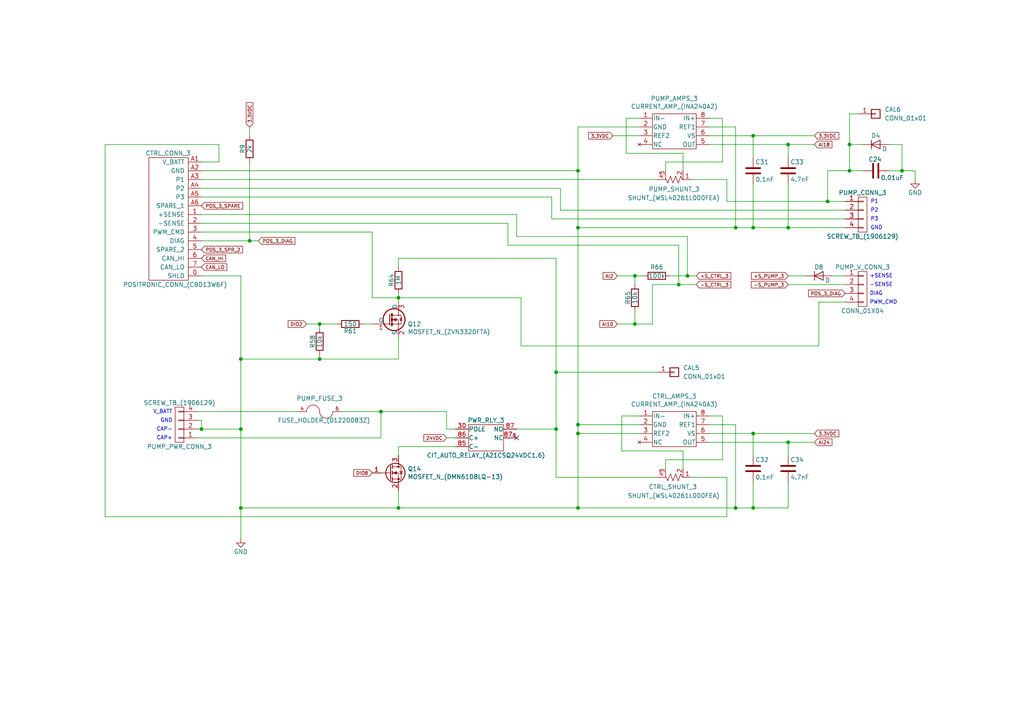
<source format=kicad_sch>
(kicad_sch (version 20250114) (generator "eeschema") (generator_version "9.0")
  (paper "A4")
  (lib_symbols
    (symbol "Connector_Generic:Conn_01x01" (pin_names (offset 1.016) (hide yes))
      (property "Reference" "J1" (at 2.54 1.2701 0))
      (property "Value" "Conn_01x01" (at 2.54 -1.2699 0))
      (symbol "Conn_01x01_1_1"
        (rectangle (start -1.27 1.27) (end 1.27 -1.27) (stroke (width 0.254)))
        (rectangle (start -1.27 0.127) (end 0 -0.127) (stroke (width 0.1524)))
        (pin passive line (at -5.08 0 0) (length 3.81) (name "Pin_1") (number "1"))
      )
    )
    (symbol "Device:Q_NMOS_GSD" (pin_names (offset 0) (hide yes))
      (property "Reference" "Q" (at 5.08 1.27 0))
      (property "Value" "Q_NMOS_GSD" (at 5.08 -1.27 0))
      (symbol "Q_NMOS_GSD_0_1"
        (polyline (pts (xy 0.254 1.905) (xy 0.254 -1.905)) (stroke (width 0.254)))
        (polyline (pts (xy 0.254 0) (xy -2.54 0)))
        (polyline (pts (xy 0.762 2.286) (xy 0.762 1.27)) (stroke (width 0.254)))
        (polyline (pts (xy 0.762 0.508) (xy 0.762 -0.508)) (stroke (width 0.254)))
        (polyline (pts (xy 0.762 -1.27) (xy 0.762 -2.286)) (stroke (width 0.254)))
        (polyline (pts (xy 0.762 -1.778) (xy 3.302 -1.778) (xy 3.302 1.778) (xy 0.762 1.778)))
        (polyline (pts (xy 1.016 0) (xy 2.032 0.381) (xy 2.032 -0.381) (xy 1.016 0)) (fill (type outline)))
        (circle (center 1.651 0) (radius 2.794) (stroke (width 0.254)))
        (polyline (pts (xy 2.54 2.54) (xy 2.54 1.778)))
        (circle (center 2.54 1.778) (radius 0.254) (fill (type outline)))
        (circle (center 2.54 -1.778) (radius 0.254) (fill (type outline)))
        (polyline (pts (xy 2.54 -2.54) (xy 2.54 0) (xy 0.762 0)))
        (polyline (pts (xy 2.794 0.508) (xy 2.921 0.381) (xy 3.683 0.381) (xy 3.81 0.254)))
        (polyline (pts (xy 3.302 0.381) (xy 2.921 -0.254) (xy 3.683 -0.254) (xy 3.302 0.381)))
      )
      (symbol "Q_NMOS_GSD_1_1"
        (pin input line (at -5.08 0 0) (length 2.54) (name "G") (number "1"))
        (pin passive line (at 2.54 5.08 270) (length 2.54) (name "D") (number "3"))
        (pin passive line (at 2.54 -5.08 90) (length 2.54) (name "S") (number "2"))
      )
    )
    (symbol "Device:R_Shunt_US" (pin_names (offset 0) (hide yes))
      (property "Reference" "R" (at -5.08 0 90))
      (property "Value" "R_Shunt_US" (at -3.048 0 90))
      (symbol "R_Shunt_US_1_1"
        (polyline (pts (xy 0 2.286) (xy 0 2.54)))
        (polyline (pts (xy 0 2.286) (xy 1.016 1.905) (xy 0 1.524) (xy -1.016 1.143) (xy 0 0.762)))
        (polyline (pts (xy 0 0.762) (xy 1.016 0.381) (xy 0 0) (xy -1.016 -0.381) (xy 0 -0.762)))
        (polyline (pts (xy 0 -0.762) (xy 1.016 -1.143) (xy 0 -1.524) (xy -1.016 -1.905) (xy 0 -2.286)))
        (polyline (pts (xy 0 -2.286) (xy 0 -2.54)))
        (polyline (pts (xy 0 -2.54) (xy 1.27 -2.54)))
        (polyline (pts (xy 1.27 2.54) (xy 0 2.54)))
        (pin passive line (at 0 5.08 270) (length 2.54) (name "~") (number "1"))
        (pin passive line (at 0 -5.08 90) (length 2.54) (name "~") (number "4"))
        (pin passive line (at 2.54 2.54 180) (length 1.27) (name "~") (number "2"))
        (pin passive line (at 2.54 -2.54 180) (length 1.27) (name "~") (number "3"))
      )
    )
    (symbol "Smart-Tank-Motherboard-rescue:C" (pin_numbers (hide yes)) (pin_names (offset 0.254))
      (property "Reference" "C" (at 0.635 2.54 0))
      (property "Value" "C" (at 0.635 -2.54 0))
      (symbol "C_0_1"
        (polyline (pts (xy -2.032 0.762) (xy 2.032 0.762)) (stroke (width 0.508)))
        (polyline (pts (xy -2.032 -0.762) (xy 2.032 -0.762)) (stroke (width 0.508)))
      )
      (symbol "C_1_1"
        (pin passive line (at 0 3.81 270) (length 2.794) (name "~") (number "1"))
        (pin passive line (at 0 -3.81 90) (length 2.794) (name "~") (number "2"))
      )
    )
    (symbol "Smart-Tank-Motherboard-rescue:CONN_01X04" (pin_names (offset 1.016) (hide yes))
      (property "Reference" "J" (at 0 6.35 0))
      (property "Value" "CONN_01X04" (at 2.54 0 90))
      (symbol "CONN_01X04_0_1"
        (rectangle (start -1.27 5.08) (end 1.27 -5.08))
        (rectangle (start -1.27 3.937) (end 0.254 3.683))
        (rectangle (start -1.27 1.397) (end 0.254 1.143))
        (rectangle (start -1.27 -1.143) (end 0.254 -1.397))
        (rectangle (start -1.27 -3.683) (end 0.254 -3.937))
      )
      (symbol "CONN_01X04_1_1"
        (pin passive line (at -5.08 3.81 0) (length 3.81) (name "P1") (number "1"))
        (pin passive line (at -5.08 1.27 0) (length 3.81) (name "P2") (number "2"))
        (pin passive line (at -5.08 -1.27 0) (length 3.81) (name "P3") (number "3"))
        (pin passive line (at -5.08 -3.81 0) (length 3.81) (name "P4") (number "4"))
      )
    )
    (symbol "Smart-Tank-Motherboard-rescue:D" (pin_numbers (hide yes)) (pin_names (offset 1.016) (hide yes))
      (property "Reference" "D" (at 0 2.54 0))
      (property "Value" "D" (at 0 -2.54 0))
      (symbol "D_0_1"
        (polyline (pts (xy -1.27 1.27) (xy -1.27 -1.27)) (stroke (width 0.2032)))
        (polyline (pts (xy 1.27 1.27) (xy 1.27 -1.27) (xy -1.27 0) (xy 1.27 1.27)) (stroke (width 0.2032)))
        (polyline (pts (xy 1.27 0) (xy -1.27 0)))
      )
      (symbol "D_1_1"
        (pin passive line (at -3.81 0 0) (length 2.54) (name "K") (number "1"))
        (pin passive line (at 3.81 0 180) (length 2.54) (name "A") (number "2"))
      )
    )
    (symbol "Smart-Tank-Motherboard-rescue:FUSE_HOLDER_(01220083Z)" (pin_names (offset 0.254))
      (property "Reference" "F" (at 0 3.81 0))
      (property "Value" "FUSE_HOLDER_(01220083Z)" (at 1.27 -3.81 0))
      (symbol "FUSE_HOLDER_(01220083Z)_0_1"
        (arc (start -3.81 0) (mid -1.905 1.905) (end 0 0))
        (arc (start 3.81 0) (mid 1.905 -1.905) (end 0 0))
      )
      (symbol "FUSE_HOLDER_(01220083Z)_1_1"
        (pin input line (at -6.35 0 0) (length 2.54) (name "~") (number "4"))
        (pin input line (at -6.35 0 0) (length 2.54) (hide yes) (name "~") (number "5"))
        (pin input line (at 6.35 0 180) (length 2.54) (name "~") (number "6"))
        (pin input line (at 6.35 0 180) (length 2.54) (hide yes) (name "~") (number "7"))
      )
    )
    (symbol "Smart-Tank-Motherboard-rescue:GND" (power) (pin_names (offset 0))
      (property "Value" "GND" (at 0 -3.81 0))
      (symbol "GND_0_1"
        (polyline (pts (xy 0 0) (xy 0 -1.27) (xy 1.27 -1.27) (xy 0 -2.54) (xy -1.27 -1.27) (xy 0 -1.27)))
      )
      (symbol "GND_1_1"
        (pin power_in line (at 0 0 270) (length 0) (hide yes) (name "GND") (number "1"))
      )
    )
    (symbol "Smart-Tank-Motherboard-rescue:MOSFET_N_(2N7002P,215)" (pin_names (offset 0))
      (property "Reference" "Q" (at 6.35 1.905 0))
      (property "Value" "MOSFET_N_(2N7002P,215)" (at 6.35 0 0))
      (symbol "MOSFET_N_(2N7002P,215)_0_1"
        (polyline (pts (xy 0 1.524) (xy 0 -1.524) (xy 0 -1.524)) (stroke (width 0.254)))
        (polyline (pts (xy 0.635 1.651) (xy 0.635 1.016)) (stroke (width 0.508)))
        (polyline (pts (xy 0.635 0.381) (xy 0.635 -0.381)) (stroke (width 0.508)))
        (polyline (pts (xy 0.635 -1.016) (xy 0.635 -1.651)) (stroke (width 0.508)))
        (polyline (pts (xy 0.762 1.27) (xy 2.54 1.27) (xy 2.54 2.54) (xy 2.54 2.54)))
        (polyline (pts (xy 0.762 0) (xy 1.27 0) (xy 2.54 0) (xy 2.54 -1.27) (xy 2.54 -1.27)))
        (polyline (pts (xy 0.762 -1.27) (xy 2.54 -1.27) (xy 2.54 -2.54) (xy 2.54 -2.54)))
        (polyline (pts (xy 0.889 0) (xy 1.905 0.381) (xy 1.905 -0.381) (xy 0.889 0) (xy 1.016 0) (xy 1.016 0)) (fill (type outline)))
        (circle (center 1.27 0) (radius 3.175) (stroke (width 0.3048)))
        (polyline (pts (xy 2.54 1.27) (xy 3.302 1.27) (xy 3.302 -1.27) (xy 2.54 -1.27)))
        (circle (center 2.54 1.27) (radius 0.127))
        (circle (center 2.54 -1.27) (radius 0.127))
        (polyline (pts (xy 3.048 0.381) (xy 2.921 0.254)))
        (polyline (pts (xy 3.048 0.381) (xy 3.556 0.381)))
        (polyline (pts (xy 3.302 0.381) (xy 3.048 -0.254) (xy 3.556 -0.254) (xy 3.302 0.381)) (fill (type outline)))
        (polyline (pts (xy 3.556 0.381) (xy 3.683 0.508)))
      )
      (symbol "MOSFET_N_(2N7002P,215)_1_1"
        (pin input line (at -5.08 -1.27 0) (length 5.08) (name "G") (number "1"))
        (pin passive line (at 2.54 5.08 270) (length 2.54) (name "D") (number "3"))
        (pin passive line (at 2.54 -5.08 90) (length 2.54) (name "S") (number "2"))
      )
    )
    (symbol "Smart-Tank-Motherboard-rescue:POSITRONIC_CONN_(CBD13W6F)" (pin_names (offset 1.016))
      (property "Reference" "CTRL_CONN_1" (at -0.762 16.51 0))
      (property "Value" "POSITRONIC_CONN_(CBD13W6F)" (at 1.27 -21.59 0))
      (symbol "POSITRONIC_CONN_(CBD13W6F)_0_1"
        (rectangle (start -6.35 15.24) (end 5.08 -20.32))
      )
      (symbol "POSITRONIC_CONN_(CBD13W6F)_1_1"
        (pin power_in line (at 8.89 13.97 180) (length 3.81) (name "V_BATT") (number "A1"))
        (pin power_in line (at 8.89 11.43 180) (length 3.81) (name "GND") (number "A2"))
        (pin power_out line (at 8.89 8.89 180) (length 3.81) (name "P1") (number "A3"))
        (pin power_out line (at 8.89 6.35 180) (length 3.81) (name "P2") (number "A4"))
        (pin power_out line (at 8.89 3.81 180) (length 3.81) (name "P3") (number "A5"))
        (pin input line (at 8.89 1.27 180) (length 3.81) (name "SPARE_1") (number "A6"))
        (pin passive line (at 8.89 -1.27 180) (length 3.81) (name "+SENSE") (number "1"))
        (pin passive line (at 8.89 -3.81 180) (length 3.81) (name "-SENSE") (number "2"))
        (pin input line (at 8.89 -6.35 180) (length 3.81) (name "PWM_CMD") (number "3"))
        (pin passive line (at 8.89 -8.89 180) (length 3.81) (name "DIAG") (number "4"))
        (pin passive line (at 8.89 -11.43 180) (length 3.81) (name "SPARE_2") (number "5"))
        (pin passive line (at 8.89 -13.97 180) (length 3.81) (name "CAN_HI") (number "6"))
        (pin passive line (at 8.89 -16.51 180) (length 3.81) (name "CAN_LO") (number "7"))
        (pin input line (at 8.89 -19.05 180) (length 3.81) (name "SHLD") (number "0"))
      )
    )
    (symbol "Smart-Tank-Motherboard-rescue:R" (pin_numbers (hide yes)) (pin_names (offset 0))
      (property "Reference" "R" (at 2.032 0 90))
      (property "Value" "R" (at 0 0 90))
      (symbol "R_0_1"
        (rectangle (start -1.016 -2.54) (end 1.016 2.54) (stroke (width 0.254)))
      )
      (symbol "R_1_1"
        (pin passive line (at 0 3.81 270) (length 1.27) (name "~") (number "1"))
        (pin passive line (at 0 -3.81 90) (length 1.27) (name "~") (number "2"))
      )
    )
    (symbol "Smart-Tank-Motherboard-rescue:SCREW_TB_(1906129)" (pin_names (offset 1.016) (hide yes))
      (property "Reference" "P" (at 0 6.35 0))
      (property "Value" "SCREW_TB_(1906129)" (at 2.54 0 90))
      (property "Description_1" " " (at 2.54 8.89 0))
      (symbol "SCREW_TB_(1906129)_0_1"
        (rectangle (start -1.27 5.08) (end 1.27 -5.08))
        (rectangle (start -1.27 3.937) (end 0.254 3.683))
        (rectangle (start -1.27 1.397) (end 0.254 1.143))
        (rectangle (start -1.27 -1.143) (end 0.254 -1.397))
        (rectangle (start -1.27 -3.683) (end 0.254 -3.937))
      )
      (symbol "SCREW_TB_(1906129)_1_1"
        (pin passive line (at -5.08 3.81 0) (length 3.81) (name "P1") (number "1"))
        (pin passive line (at -5.08 1.27 0) (length 3.81) (name "P2") (number "2"))
        (pin passive line (at -5.08 -1.27 0) (length 3.81) (name "P3") (number "3"))
        (pin passive line (at -5.08 -3.81 0) (length 3.81) (name "P4") (number "4"))
      )
    )
    (symbol "Smart-Tank-Motherboard-rescue:TE_AUTO_RELAY_(1432795-1)" (pin_names (offset 0.0254))
      (property "Reference" "P" (at 2.54 7.62 0))
      (property "Value" "TE_AUTO_RELAY_(1432795-1)" (at 3.81 -2.54 0))
      (symbol "TE_AUTO_RELAY_(1432795-1)_0_1"
        (rectangle (start -2.54 6.35) (end 7.62 -1.27))
      )
      (symbol "TE_AUTO_RELAY_(1432795-1)_1_1"
        (pin power_in line (at -6.35 5.08 0) (length 3.81) (name "POLE") (number "30"))
        (pin power_in line (at -6.35 2.54 0) (length 3.81) (name "C+") (number "86"))
        (pin input line (at -6.35 0 0) (length 3.81) (name "C-") (number "85"))
        (pin output line (at 11.43 5.08 180) (length 3.81) (name "NO") (number "87"))
        (pin output line (at 11.43 2.54 180) (length 3.81) (name "NC") (number "87a"))
      )
    )
    (symbol "_GARRETTS_PARTS:CURRENT_AMP_(INA240A3)" (pin_names (offset 0.254))
      (property "Reference" "CTRL_AMPS1" (at 15.24 6.985 0))
      (property "Value" "CURRENT_AMP_(INA240A3)" (at 15.24 4.6736 0))
      (symbol "CURRENT_AMP_(INA240A3)_0_1"
        (rectangle (start 8.89 2.54) (end 21.59 -7.62))
      )
      (symbol "CURRENT_AMP_(INA240A3)_1_1"
        (pin input line (at 5.08 1.27 0) (length 3.7084) (name "IN-") (number "1"))
        (pin power_in line (at 5.08 -1.27 0) (length 3.7084) (name "GND") (number "2"))
        (pin passive line (at 5.08 -3.81 0) (length 3.7084) (name "REF2") (number "3"))
        (pin no_connect line (at 5.08 -6.35 0) (length 3.7084) (name "NC") (number "4"))
        (pin input line (at 25.4 1.27 180) (length 3.7084) (name "IN+") (number "8"))
        (pin passive line (at 25.4 -1.27 180) (length 3.7084) (name "REF1") (number "7"))
        (pin power_in line (at 25.4 -3.81 180) (length 3.7084) (name "VS") (number "6"))
        (pin output line (at 25.4 -6.35 180) (length 3.7084) (name "OUT") (number "5"))
      )
    )
  )
  (text "P2" (at 252.476 61.722 0) (effects (font (size 1.0922 1.0922)) (justify left bottom)))
  (text "CAP-" (at 50.038 125.222 0) (effects (font (size 1.0922 1.0922)) (justify right bottom)))
  (text "CAP+" (at 50.038 127.762 0) (effects (font (size 1.0922 1.0922)) (justify right bottom)))
  (text "-SENSE" (at 252.222 83.312 0) (effects (font (size 1.0922 1.0922)) (justify left bottom)))
  (text "V_BATT" (at 50.038 120.142 0) (effects (font (size 1.0922 1.0922)) (justify right bottom)))
  (text "P3" (at 252.476 64.262 0) (effects (font (size 1.0922 1.0922)) (justify left bottom)))
  (text "PWM_CMD" (at 252.222 88.392 0) (effects (font (size 1.0922 1.0922)) (justify left bottom)))
  (text "DIAG" (at 252.222 85.852 0) (effects (font (size 1.0922 1.0922)) (justify left bottom)))
  (text "P1" (at 252.476 59.182 0) (effects (font (size 1.0922 1.0922)) (justify left bottom)))
  (text "+SENSE" (at 252.222 80.772 0) (effects (font (size 1.0922 1.0922)) (justify left bottom)))
  (text "GND\n" (at 50.038 122.682 0) (effects (font (size 1.0922 1.0922)) (justify right bottom)))
  (text "GND" (at 252.476 66.802 0) (effects (font (size 1.0922 1.0922)) (justify left bottom)))
  (junction (at 167.64 125.73))
  (junction (at 184.15 80.01))
  (junction (at 69.85 124.46))
  (junction (at 184.15 93.98))
  (junction (at 261.62 49.53))
  (junction (at 115.57 86.36))
  (junction (at 161.29 107.95))
  (junction (at 218.44 39.37))
  (junction (at 92.71 93.98))
  (junction (at 228.6 66.04))
  (junction (at 218.44 147.32))
  (junction (at 167.64 123.19))
  (junction (at 115.57 147.32))
  (junction (at 72.39 69.85))
  (junction (at 218.44 125.73))
  (junction (at 92.71 104.14))
  (junction (at 196.85 82.55))
  (junction (at 199.39 80.01))
  (junction (at 167.64 49.53))
  (junction (at 228.6 128.27))
  (junction (at 69.85 104.14))
  (junction (at 218.44 66.04))
  (junction (at 161.29 124.46))
  (junction (at 240.03 58.42))
  (junction (at 213.36 66.04))
  (junction (at 246.38 49.53))
  (junction (at 58.42 124.46))
  (junction (at 69.85 147.32))
  (junction (at 110.49 119.38))
  (junction (at 167.64 66.04))
  (junction (at 167.64 147.32))
  (junction (at 246.38 41.91))
  (junction (at 228.6 41.91))
  (junction (at 213.36 147.32))
  (no_connect (at 149.86 127))
  (wire (pts (xy 210.82 138.43) (xy 200.66 138.43)))
  (wire (pts (xy 210.82 52.07) (xy 210.82 58.42)))
  (wire (pts (xy 69.85 124.46) (xy 69.85 147.32)))
  (wire (pts (xy 167.64 147.32) (xy 213.36 147.32)))
  (wire (pts (xy 198.12 49.53) (xy 198.12 44.45)))
  (wire (pts (xy 193.04 135.89) (xy 193.04 133.35)))
  (wire (pts (xy 246.38 41.91) (xy 250.19 41.91)))
  (wire (pts (xy 129.54 124.46) (xy 129.54 119.38)))
  (wire (pts (xy 210.82 149.86) (xy 210.82 138.43)))
  (wire (pts (xy 69.85 80.01) (xy 69.85 104.14)))
  (wire (pts (xy 240.03 58.42) (xy 245.11 58.42)))
  (wire (pts (xy 205.74 128.27) (xy 228.6 128.27)))
  (wire (pts (xy 115.57 129.54) (xy 115.57 132.08)))
  (wire (pts (xy 115.57 85.09) (xy 115.57 86.36)))
  (wire (pts (xy 162.56 60.96) (xy 245.11 60.96)))
  (wire (pts (xy 228.6 128.27) (xy 228.6 132.08)))
  (wire (pts (xy 218.44 39.37) (xy 218.44 45.72)))
  (wire (pts (xy 58.42 80.01) (xy 69.85 80.01)))
  (wire (pts (xy 167.64 123.19) (xy 185.42 123.19)))
  (wire (pts (xy 115.57 147.32) (xy 167.64 147.32)))
  (wire (pts (xy 177.8 39.37) (xy 185.42 39.37)))
  (wire (pts (xy 193.04 133.35) (xy 209.55 133.35)))
  (wire (pts (xy 184.15 80.01) (xy 184.15 82.55)))
  (wire (pts (xy 265.43 52.07) (xy 265.43 49.53)))
  (wire (pts (xy 58.42 124.46) (xy 69.85 124.46)))
  (wire (pts (xy 167.64 125.73) (xy 185.42 125.73)))
  (wire (pts (xy 213.36 36.83) (xy 213.36 66.04)))
  (wire (pts (xy 115.57 74.93) (xy 161.29 74.93)))
  (wire (pts (xy 149.86 124.46) (xy 161.29 124.46)))
  (wire (pts (xy 265.43 49.53) (xy 261.62 49.53)))
  (wire (pts (xy 185.42 36.83) (xy 167.64 36.83)))
  (wire (pts (xy 241.3 80.01) (xy 245.11 80.01)))
  (wire (pts (xy 160.02 63.5) (xy 245.11 63.5)))
  (wire (pts (xy 58.42 54.61) (xy 162.56 54.61)))
  (wire (pts (xy 161.29 138.43) (xy 161.29 124.46)))
  (wire (pts (xy 198.12 130.81) (xy 180.34 130.81)))
  (wire (pts (xy 193.04 49.53) (xy 193.04 46.99)))
  (wire (pts (xy 196.85 82.55) (xy 201.93 82.55)))
  (wire (pts (xy 132.08 129.54) (xy 115.57 129.54)))
  (wire (pts (xy 149.86 68.58) (xy 199.39 68.58)))
  (wire (pts (xy 218.44 125.73) (xy 236.22 125.73)))
  (wire (pts (xy 181.61 34.29) (xy 185.42 34.29)))
  (wire (pts (xy 184.15 93.98) (xy 189.23 93.98)))
  (wire (pts (xy 237.49 100.33) (xy 237.49 87.63)))
  (wire (pts (xy 92.71 104.14) (xy 115.57 104.14)))
  (wire (pts (xy 167.64 66.04) (xy 167.64 49.53)))
  (wire (pts (xy 58.42 62.23) (xy 149.86 62.23)))
  (wire (pts (xy 180.34 130.81) (xy 180.34 120.65)))
  (wire (pts (xy 115.57 104.14) (xy 115.57 97.79)))
  (wire (pts (xy 58.42 64.77) (xy 147.32 64.77)))
  (wire (pts (xy 161.29 107.95) (xy 161.29 124.46)))
  (wire (pts (xy 209.55 120.65) (xy 205.74 120.65)))
  (wire (pts (xy 228.6 139.7) (xy 228.6 147.32)))
  (wire (pts (xy 245.11 82.55) (xy 228.6 82.55)))
  (wire (pts (xy 209.55 133.35) (xy 209.55 120.65)))
  (wire (pts (xy 240.03 49.53) (xy 240.03 58.42)))
  (wire (pts (xy 200.66 52.07) (xy 210.82 52.07)))
  (wire (pts (xy 92.71 102.87) (xy 92.71 104.14)))
  (wire (pts (xy 30.48 41.91) (xy 63.5 41.91)))
  (wire (pts (xy 151.13 86.36) (xy 151.13 100.33)))
  (wire (pts (xy 30.48 41.91) (xy 30.48 149.86)))
  (wire (pts (xy 147.32 64.77) (xy 147.32 71.12)))
  (wire (pts (xy 107.95 86.36) (xy 115.57 86.36)))
  (wire (pts (xy 58.42 67.31) (xy 107.95 67.31)))
  (wire (pts (xy 218.44 132.08) (xy 218.44 125.73)))
  (wire (pts (xy 57.15 121.92) (xy 58.42 121.92)))
  (wire (pts (xy 196.85 71.12) (xy 196.85 82.55)))
  (wire (pts (xy 57.15 119.38) (xy 86.36 119.38)))
  (wire (pts (xy 193.04 46.99) (xy 209.55 46.99)))
  (wire (pts (xy 205.74 41.91) (xy 228.6 41.91)))
  (wire (pts (xy 261.62 41.91) (xy 261.62 49.53)))
  (wire (pts (xy 72.39 46.99) (xy 72.39 69.85)))
  (wire (pts (xy 205.74 36.83) (xy 213.36 36.83)))
  (wire (pts (xy 58.42 49.53) (xy 167.64 49.53)))
  (wire (pts (xy 228.6 41.91) (xy 228.6 45.72)))
  (wire (pts (xy 69.85 104.14) (xy 92.71 104.14)))
  (wire (pts (xy 248.92 33.02) (xy 246.38 33.02)))
  (wire (pts (xy 105.41 93.98) (xy 107.95 93.98)))
  (wire (pts (xy 218.44 53.34) (xy 218.44 66.04)))
  (wire (pts (xy 246.38 33.02) (xy 246.38 41.91)))
  (wire (pts (xy 184.15 90.17) (xy 184.15 93.98)))
  (wire (pts (xy 57.15 127) (xy 110.49 127)))
  (wire (pts (xy 110.49 119.38) (xy 129.54 119.38)))
  (wire (pts (xy 180.34 120.65) (xy 185.42 120.65)))
  (wire (pts (xy 58.42 121.92) (xy 58.42 124.46)))
  (wire (pts (xy 198.12 44.45) (xy 181.61 44.45)))
  (wire (pts (xy 228.6 128.27) (xy 236.22 128.27)))
  (wire (pts (xy 218.44 147.32) (xy 228.6 147.32)))
  (wire (pts (xy 205.74 123.19) (xy 213.36 123.19)))
  (wire (pts (xy 213.36 66.04) (xy 218.44 66.04)))
  (wire (pts (xy 167.64 125.73) (xy 167.64 147.32)))
  (wire (pts (xy 92.71 95.25) (xy 92.71 93.98)))
  (wire (pts (xy 167.64 123.19) (xy 167.64 125.73)))
  (wire (pts (xy 194.31 80.01) (xy 199.39 80.01)))
  (wire (pts (xy 72.39 36.83) (xy 72.39 39.37)))
  (wire (pts (xy 115.57 86.36) (xy 151.13 86.36)))
  (wire (pts (xy 246.38 49.53) (xy 240.03 49.53)))
  (wire (pts (xy 237.49 87.63) (xy 245.11 87.63)))
  (wire (pts (xy 115.57 77.47) (xy 115.57 74.93)))
  (wire (pts (xy 63.5 41.91) (xy 63.5 46.99)))
  (wire (pts (xy 209.55 34.29) (xy 205.74 34.29)))
  (wire (pts (xy 209.55 46.99) (xy 209.55 34.29)))
  (wire (pts (xy 99.06 119.38) (xy 110.49 119.38)))
  (wire (pts (xy 92.71 93.98) (xy 97.79 93.98)))
  (wire (pts (xy 107.95 67.31) (xy 107.95 86.36)))
  (wire (pts (xy 160.02 57.15) (xy 160.02 63.5)))
  (wire (pts (xy 88.9 93.98) (xy 92.71 93.98)))
  (wire (pts (xy 167.64 36.83) (xy 167.64 49.53)))
  (wire (pts (xy 58.42 57.15) (xy 160.02 57.15)))
  (wire (pts (xy 190.5 107.95) (xy 161.29 107.95)))
  (wire (pts (xy 199.39 68.58) (xy 199.39 80.01)))
  (wire (pts (xy 261.62 49.53) (xy 257.81 49.53)))
  (wire (pts (xy 129.54 127) (xy 132.08 127)))
  (wire (pts (xy 199.39 80.01) (xy 201.93 80.01)))
  (wire (pts (xy 213.36 123.19) (xy 213.36 147.32)))
  (wire (pts (xy 228.6 66.04) (xy 245.11 66.04)))
  (wire (pts (xy 189.23 93.98) (xy 189.23 82.55)))
  (wire (pts (xy 161.29 74.93) (xy 161.29 107.95)))
  (wire (pts (xy 30.48 149.86) (xy 210.82 149.86)))
  (wire (pts (xy 213.36 147.32) (xy 218.44 147.32)))
  (wire (pts (xy 57.15 124.46) (xy 58.42 124.46)))
  (wire (pts (xy 167.64 66.04) (xy 167.64 123.19)))
  (wire (pts (xy 162.56 54.61) (xy 162.56 60.96)))
  (wire (pts (xy 190.5 138.43) (xy 161.29 138.43)))
  (wire (pts (xy 147.32 71.12) (xy 196.85 71.12)))
  (wire (pts (xy 198.12 135.89) (xy 198.12 130.81)))
  (wire (pts (xy 110.49 127) (xy 110.49 119.38)))
  (wire (pts (xy 151.13 100.33) (xy 237.49 100.33)))
  (wire (pts (xy 115.57 142.24) (xy 115.57 147.32)))
  (wire (pts (xy 210.82 58.42) (xy 240.03 58.42)))
  (wire (pts (xy 218.44 139.7) (xy 218.44 147.32)))
  (wire (pts (xy 228.6 41.91) (xy 236.22 41.91)))
  (wire (pts (xy 184.15 80.01) (xy 186.69 80.01)))
  (wire (pts (xy 218.44 66.04) (xy 228.6 66.04)))
  (wire (pts (xy 58.42 52.07) (xy 190.5 52.07)))
  (wire (pts (xy 181.61 44.45) (xy 181.61 34.29)))
  (wire (pts (xy 63.5 46.99) (xy 58.42 46.99)))
  (wire (pts (xy 69.85 104.14) (xy 69.85 124.46)))
  (wire (pts (xy 132.08 124.46) (xy 129.54 124.46)))
  (wire (pts (xy 250.19 49.53) (xy 246.38 49.53)))
  (wire (pts (xy 228.6 53.34) (xy 228.6 66.04)))
  (wire (pts (xy 246.38 41.91) (xy 246.38 49.53)))
  (wire (pts (xy 58.42 69.85) (xy 72.39 69.85)))
  (wire (pts (xy 69.85 147.32) (xy 115.57 147.32)))
  (wire (pts (xy 179.07 93.98) (xy 184.15 93.98)))
  (wire (pts (xy 69.85 147.32) (xy 69.85 156.21)))
  (wire (pts (xy 179.07 80.01) (xy 184.15 80.01)))
  (wire (pts (xy 261.62 41.91) (xy 257.81 41.91)))
  (wire (pts (xy 205.74 125.73) (xy 218.44 125.73)))
  (wire (pts (xy 205.74 39.37) (xy 218.44 39.37)))
  (wire (pts (xy 218.44 39.37) (xy 236.22 39.37)))
  (wire (pts (xy 149.86 62.23) (xy 149.86 68.58)))
  (wire (pts (xy 233.68 80.01) (xy 228.6 80.01)))
  (wire (pts (xy 167.64 66.04) (xy 213.36 66.04)))
  (wire (pts (xy 72.39 69.85) (xy 74.93 69.85)))
  (wire (pts (xy 189.23 82.55) (xy 196.85 82.55)))
  (wire (pts (xy 115.57 86.36) (xy 115.57 87.63)))
  (global_label "-S_CTRL_3" (shape input) (at 201.93 82.55 0) (effects (font (size 0.9906 0.9906))) (property "Intersheetrefs" "${INTERSHEET_REFS}" (effects (hide yes))))
  (global_label "AI10" (shape input) (at 179.07 93.98 180) (effects (font (size 0.9906 0.9906))) (property "Intersheetrefs" "${INTERSHEET_REFS}" (effects (hide yes))))
  (global_label "3.3VDC" (shape input) (at 236.22 125.73 0) (effects (font (size 0.9906 0.9906))) (property "Intersheetrefs" "${INTERSHEET_REFS}" (effects (hide yes))))
  (global_label "POS_3_DIAG" (shape input) (at 245.11 85.09 180) (effects (font (size 0.9906 0.9906))) (property "Intersheetrefs" "${INTERSHEET_REFS}" (effects (hide yes))))
  (global_label "CAN_LO" (shape input) (at 58.42 77.47 0) (effects (font (size 0.9906 0.9906))) (property "Intersheetrefs" "${INTERSHEET_REFS}" (effects (hide yes))))
  (global_label "3.3VDC" (shape input) (at 177.8 39.37 180) (effects (font (size 0.9906 0.9906))) (property "Intersheetrefs" "${INTERSHEET_REFS}" (effects (hide yes))))
  (global_label "+S_CTRL_3" (shape input) (at 201.93 80.01 0) (effects (font (size 0.9906 0.9906))) (property "Intersheetrefs" "${INTERSHEET_REFS}" (effects (hide yes))))
  (global_label "POS_3_SPARE" (shape input) (at 58.42 59.69 0) (effects (font (size 0.9906 0.9906))) (property "Intersheetrefs" "${INTERSHEET_REFS}" (effects (hide yes))))
  (global_label "24VDC" (shape input) (at 129.54 127 180) (effects (font (size 0.9906 0.9906))) (property "Intersheetrefs" "${INTERSHEET_REFS}" (effects (hide yes))))
  (global_label "AI18" (shape input) (at 236.22 41.91 0) (effects (font (size 0.9906 0.9906))) (property "Intersheetrefs" "${INTERSHEET_REFS}" (effects (hide yes))))
  (global_label "3.3VDC" (shape input) (at 72.39 36.83 90) (effects (font (size 0.9906 0.9906))) (property "Intersheetrefs" "${INTERSHEET_REFS}" (effects (hide yes))))
  (global_label "+S_PUMP_3" (shape input) (at 228.6 80.01 180) (effects (font (size 0.9906 0.9906))) (property "Intersheetrefs" "${INTERSHEET_REFS}" (effects (hide yes))))
  (global_label "POS_3_DIAG" (shape input) (at 74.93 69.85 0) (effects (font (size 0.9906 0.9906))) (property "Intersheetrefs" "${INTERSHEET_REFS}" (effects (hide yes))))
  (global_label "3.3VDC" (shape input) (at 236.22 39.37 0) (effects (font (size 0.9906 0.9906))) (property "Intersheetrefs" "${INTERSHEET_REFS}" (effects (hide yes))))
  (global_label "DIO2" (shape input) (at 88.9 93.98 180) (effects (font (size 0.9906 0.9906))) (property "Intersheetrefs" "${INTERSHEET_REFS}" (effects (hide yes))))
  (global_label "AI24" (shape input) (at 236.22 128.27 0) (effects (font (size 0.9906 0.9906))) (property "Intersheetrefs" "${INTERSHEET_REFS}" (effects (hide yes))))
  (global_label "-S_PUMP_3" (shape input) (at 228.6 82.55 180) (effects (font (size 0.9906 0.9906))) (property "Intersheetrefs" "${INTERSHEET_REFS}" (effects (hide yes))))
  (global_label "AI2" (shape input) (at 179.07 80.01 180) (effects (font (size 0.9906 0.9906))) (property "Intersheetrefs" "${INTERSHEET_REFS}" (effects (hide yes))))
  (global_label "POS_3_SPR_2" (shape input) (at 58.42 72.39 0) (effects (font (size 0.9906 0.9906))) (property "Intersheetrefs" "${INTERSHEET_REFS}" (effects (hide yes))))
  (global_label "CAN_HI" (shape input) (at 58.42 74.93 0) (effects (font (size 0.9906 0.9906))) (property "Intersheetrefs" "${INTERSHEET_REFS}" (effects (hide yes))))
  (global_label "DIO8" (shape input) (at 107.95 137.16 180) (effects (font (size 0.9906 0.9906))) (property "Intersheetrefs" "${INTERSHEET_REFS}" (effects (hide yes))))
  (symbol (lib_id "Connector_Generic:Conn_01x01") (at 254 33.02 0) (unit 1)
    (property "Reference" "CAL6" (at 256.54 31.7499 0) (effects (justify left)))
    (property "Value" "CONN_01x01" (at 256.54 34.2899 0) (effects (justify left)))
    (property "Description" "Generic connector, single row, 01x01, script generated (kicad-library-utils/schlib/autogen/connector/)" (effects (hide yes)))
  )
  (symbol (lib_id "Smart-Tank-Motherboard-rescue:R") (at 190.5 80.01 270) (unit 1)
    (property "Reference" "R66" (at 190.5 77.47 90))
    (property "Value" "100k" (at 190.5 80.01 90))
    (property "Footprint" "Resistors_SMD:R_1206" (effects (hide yes)))
  )
  (symbol (lib_id "Device:R_Shunt_US") (at 195.58 52.07 270) (mirror x) (unit 1)
    (property "Reference" "PUMP_SHUNT_3" (at 202.946 54.864 90) (effects (justify right)))
    (property "Value" "SHUNT_(WSL40261L000FEA)" (at 208.788 57.404 90) (effects (justify right)))
    (property "Footprint" "_GARRETTS_PARTS:SHUNT_(WSL40261L000FEA)" (effects (hide yes)))
  )
  (symbol (lib_id "Smart-Tank-Motherboard-rescue:C") (at 228.6 49.53 0) (unit 1)
    (property "Reference" "C33" (at 229.235 46.99 0) (effects (justify left)))
    (property "Value" "4.7nF" (at 229.235 52.07 0) (effects (justify left)))
    (property "Footprint" "Capacitors_SMD:C_1206" (effects (hide yes)))
  )
  (symbol (lib_id "Smart-Tank-Motherboard-rescue:C") (at 228.6 135.89 0) (unit 1)
    (property "Reference" "C34" (at 229.235 133.35 0) (effects (justify left)))
    (property "Value" "4.7nF" (at 229.235 138.43 0) (effects (justify left)))
    (property "Footprint" "Capacitors_SMD:C_1206" (effects (hide yes)))
  )
  (symbol (lib_id "Smart-Tank-Motherboard-rescue:GND") (at 265.43 52.07 0) (unit 1)
    (property "Reference" "#PWR029" (effects (hide yes)))
    (property "Value" "GND" (at 265.43 55.88 0))
  )
  (symbol (lib_id "Smart-Tank-Motherboard-rescue:R") (at 92.71 99.06 180) (unit 1)
    (property "Reference" "R58" (at 90.678 99.06 90))
    (property "Value" "10k" (at 92.71 99.06 90))
    (property "Footprint" "Resistors_SMD:R_1206" (effects (hide yes)))
  )
  (symbol (lib_id "Smart-Tank-Motherboard-rescue:MOSFET_N_(2N7002P,215)") (at 113.03 92.71 0) (unit 1)
    (property "Reference" "Q12" (at 122.174 93.98 0) (effects (justify right)))
    (property "Value" "MOSFET_N_(ZVN3320FTA)" (at 142.24 96.266 0) (effects (justify right)))
    (property "Footprint" "TO_SOT_Packages_SMD:SOT-23" (effects (hide yes)))
  )
  (symbol (lib_id "Smart-Tank-Motherboard-rescue:R") (at 72.39 43.18 180) (unit 1)
    (property "Reference" "R9" (at 70.358 43.18 90))
    (property "Value" "2k" (at 72.39 43.18 90))
    (property "Footprint" "Resistors_SMD:R_1206" (effects (hide yes)))
  )
  (symbol (lib_id "Smart-Tank-Motherboard-rescue:SCREW_TB_(1906129)") (at 250.19 62.23 0) (unit 1)
    (property "Reference" "PUMP_CONN_3" (at 250.19 55.88 0))
    (property "Value" "SCREW_TB_(1906129)" (at 250.19 68.58 0))
    (property "Footprint" "Smart_Tank:PHNX_TB_SCREW_4_POS_(1906129)" (effects (hide yes)))
    (property "Description" " " (at 252.73 53.34 0) (effects (font (size 1.524 1.524))))
  )
  (symbol (lib_id "Smart-Tank-Motherboard-rescue:GND") (at 69.85 156.21 0) (unit 1)
    (property "Reference" "#PWR024" (effects (hide yes)))
    (property "Value" "GND" (at 69.85 160.02 0))
  )
  (symbol (lib_id "Smart-Tank-Motherboard-rescue:C") (at 218.44 49.53 0) (unit 1)
    (property "Reference" "C31" (at 219.075 46.99 0) (effects (justify left)))
    (property "Value" "0.1nF" (at 219.075 52.07 0) (effects (justify left)))
    (property "Footprint" "Capacitors_SMD:C_1206" (effects (hide yes)))
  )
  (symbol (lib_id "Smart-Tank-Motherboard-rescue:R") (at 101.6 93.98 270) (unit 1)
    (property "Reference" "R61" (at 101.6 96.012 90))
    (property "Value" "150" (at 101.6 93.98 90))
    (property "Footprint" "Resistors_SMD:R_1206" (effects (hide yes)))
  )
  (symbol (lib_id "Smart-Tank-Motherboard-rescue:FUSE_HOLDER_(01220083Z)") (at 92.71 119.38 0) (unit 1)
    (property "Reference" "PUMP_FUSE_3" (at 92.71 115.57 0))
    (property "Value" "FUSE_HOLDER_(01220083Z)" (at 93.98 121.92 0))
    (property "Footprint" "Smart_Tank:FUSE_HOLDER_(01220083Z)" (effects (hide yes)))
  )
  (symbol (lib_id "Smart-Tank-Motherboard-rescue:CONN_01X04") (at 250.19 83.82 0) (unit 1)
    (property "Reference" "PUMP_V_CONN_3" (at 250.19 77.47 0))
    (property "Value" "CONN_01X04" (at 250.19 90.17 0))
    (property "Footprint" "Smart_Tank:PHNX_TB_SCREW_4_POS_(1729144)" (effects (hide yes)))
  )
  (symbol (lib_id "Smart-Tank-Motherboard-rescue:TE_AUTO_RELAY_(1432795-1)") (at 138.43 129.54 0) (unit 1)
    (property "Reference" "PWR_RLY_3" (at 140.97 121.92 0))
    (property "Value" "CIT_AUTO_RELAY_(A21CSQ24VDC1.6)" (at 140.97 132.08 0))
    (property "Footprint" "Smart_Tank:TE_AUTO_RELAY_SOCKET_(VCF4-1000)" (effects (hide yes)))
  )
  (symbol (lib_id "Device:R_Shunt_US") (at 195.58 138.43 270) (mirror x) (unit 1)
    (property "Reference" "CTRL_SHUNT_3" (at 202.184 141.224 90) (effects (justify right)))
    (property "Value" "SHUNT_(WSL40261L000FEA)" (at 208.788 143.764 90) (effects (justify right)))
    (property "Footprint" "_GARRETTS_PARTS:SHUNT_(WSL40261L000FEA)" (effects (hide yes)))
  )
  (symbol (lib_id "Smart-Tank-Motherboard-rescue:POSITRONIC_CONN_(CBD13W6F)") (at 49.53 60.96 0) (unit 1)
    (property "Reference" "CTRL_CONN_3" (at 48.768 44.45 0))
    (property "Value" "POSITRONIC_CONN_(CBD13W6F)" (at 50.8 82.55 0))
    (property "Footprint" "Smart_Tank:POSITRONIC_D-SUB_(CBD13W6F35S600X_AA)" (effects (hide yes)))
  )
  (symbol (lib_id "Smart-Tank-Motherboard-rescue:C") (at 218.44 135.89 0) (unit 1)
    (property "Reference" "C32" (at 219.075 133.35 0) (effects (justify left)))
    (property "Value" "0.1nF" (at 219.075 138.43 0) (effects (justify left)))
    (property "Footprint" "Capacitors_SMD:C_1206" (effects (hide yes)))
  )
  (symbol (lib_id "Device:Q_NMOS_GSD") (at 113.03 137.16 0) (unit 1)
    (property "Reference" "Q14" (at 118.237 135.9916 0) (effects (justify left)))
    (property "Value" "MOSFET_N_(DMN61D8LQ-13)" (at 118.237 138.303 0) (effects (justify left)))
    (property "Footprint" "Package_TO_SOT_SMD:SOT-23" (effects (hide yes)))
    (property "Datasheet" "https://www.digikey.com/en/products/detail/diodes-incorporated/DMN61D8LQ-13/5488598" (effects (hide yes)))
  )
  (symbol (lib_id "Smart-Tank-Motherboard-rescue:D") (at 237.49 80.01 0) (unit 1)
    (property "Reference" "D8" (at 237.49 77.47 0))
    (property "Value" "D" (at 240.03 81.28 0))
    (property "Footprint" "Diodes_SMD:SOD-123" (effects (hide yes)))
  )
  (symbol (lib_id "Smart-Tank-Motherboard-rescue:R") (at 115.57 81.28 180) (unit 1)
    (property "Reference" "R64" (at 113.538 81.28 90))
    (property "Value" "1M" (at 115.57 81.28 90))
    (property "Footprint" "Resistors_SMD:R_1206" (effects (hide yes)))
  )
  (symbol (lib_id "Smart-Tank-Motherboard-rescue:R") (at 184.15 86.36 180) (unit 1)
    (property "Reference" "R65" (at 182.118 86.36 90))
    (property "Value" "10k" (at 184.15 86.36 90))
    (property "Footprint" "Resistors_SMD:R_1206" (effects (hide yes)))
  )
  (symbol (lib_id "Smart-Tank-Motherboard-rescue:C") (at 254 49.53 90) (unit 1)
    (property "Reference" "C24" (at 255.778 46.228 90) (effects (justify left)))
    (property "Value" "0.01uF" (at 262.128 51.562 90) (effects (justify left)))
    (property "Footprint" "Capacitors_SMD:C_1206" (effects (hide yes)))
  )
  (symbol (lib_id "_GARRETTS_PARTS:CURRENT_AMP_(INA240A3)") (at 180.34 121.92 0) (unit 1)
    (property "Reference" "CTRL_AMPS_3" (at 195.58 114.935 0))
    (property "Value" "CURRENT_AMP_(INA240A3)" (at 195.58 117.2464 0))
    (property "Footprint" "Package_SO:SOIC-8_3.9x4.9mm_P1.27mm" (effects (hide yes)))
    (property "Datasheet" "https://www.digikey.com/en/products/detail/texas-instruments/INA240A3EDRQ1/9861456" (effects (hide yes)))
  )
  (symbol (lib_id "Smart-Tank-Motherboard-rescue:D") (at 254 41.91 0) (unit 1)
    (property "Reference" "D4" (at 254 39.37 0))
    (property "Value" "D" (at 256.54 43.18 0))
    (property "Footprint" "Diodes_SMD:SOD-123" (effects (hide yes)))
  )
  (symbol (lib_id "Smart-Tank-Motherboard-rescue:SCREW_TB_(1906129)") (at 52.07 123.19 180) (unit 1)
    (property "Reference" "PUMP_PWR_CONN_3" (at 52.07 129.54 0))
    (property "Value" "SCREW_TB_(1906129)" (at 52.07 116.84 0))
    (property "Footprint" "Smart_Tank:PHNX_TB_SCREW_4_POS_(1906129)" (effects (hide yes)))
    (property "Description" " " (at 49.53 132.08 0) (effects (font (size 1.524 1.524))))
  )
  (symbol (lib_id "_GARRETTS_PARTS:CURRENT_AMP_(INA240A3)") (at 180.34 35.56 0) (unit 1)
    (property "Reference" "PUMP_AMPS_3" (at 195.58 28.575 0))
    (property "Value" "CURRENT_AMP_(INA240A2)" (at 195.58 30.8864 0))
    (property "Footprint" "Package_SO:SOIC-8_3.9x4.9mm_P1.27mm" (effects (hide yes)))
    (property "Datasheet" "https://www.digikey.com/en/products/detail/texas-instruments/INA240A2EDRQ1/9861455?s=N4IgTCBcDaIJIDkCCYAsAGFBRAIgJQEUBGEAXQF8g" (effects (hide yes)))
  )
  (symbol (lib_id "Connector_Generic:Conn_01x01") (at 195.58 107.95 0) (unit 1)
    (property "Reference" "CAL5" (at 198.12 106.6799 0) (effects (justify left)))
    (property "Value" "CONN_01x01" (at 198.12 109.2199 0) (effects (justify left)))
    (property "Description" "Generic connector, single row, 01x01, script generated (kicad-library-utils/schlib/autogen/connector/)" (effects (hide yes)))
  )
)
</source>
